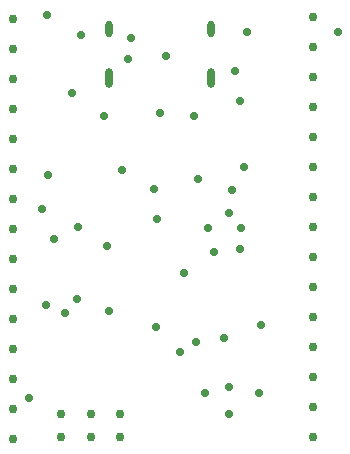
<source format=gbr>
%TF.GenerationSoftware,Altium Limited,Altium Designer,24.7.2 (38)*%
G04 Layer_Color=0*
%FSLAX45Y45*%
%MOMM*%
%TF.SameCoordinates,C77648C0-80D8-424D-8617-BB5A92A82554*%
%TF.FilePolarity,Positive*%
%TF.FileFunction,Plated,1,2,PTH,Drill*%
%TF.Part,Single*%
G01*
G75*
%TA.AperFunction,ComponentDrill*%
%ADD60O,0.60000X1.70000*%
%ADD61O,0.60000X1.40000*%
%ADD62C,0.76200*%
%TA.AperFunction,ViaDrill,NotFilled*%
%ADD63C,0.71120*%
D60*
X1931101Y3316798D02*
D03*
X1066099D02*
D03*
D61*
X1931101Y3733800D02*
D03*
X1066099D02*
D03*
D62*
X2794000Y3835400D02*
D03*
Y3581400D02*
D03*
Y3327400D02*
D03*
Y3073400D02*
D03*
Y2819400D02*
D03*
Y2565400D02*
D03*
Y2311400D02*
D03*
Y2057400D02*
D03*
Y1803400D02*
D03*
Y1549400D02*
D03*
Y1295400D02*
D03*
Y1041400D02*
D03*
Y787400D02*
D03*
Y533400D02*
D03*
Y279400D02*
D03*
X254000Y3822700D02*
D03*
Y3568700D02*
D03*
Y3314700D02*
D03*
Y3060700D02*
D03*
Y2806700D02*
D03*
Y2552700D02*
D03*
Y2298700D02*
D03*
Y2044700D02*
D03*
Y1790700D02*
D03*
Y1536700D02*
D03*
Y1282700D02*
D03*
Y1028700D02*
D03*
Y774700D02*
D03*
Y520700D02*
D03*
Y266700D02*
D03*
X914400Y279400D02*
D03*
X1164402D02*
D03*
X1162238Y474980D02*
D03*
X912241D02*
D03*
X664398Y279400D02*
D03*
X662239Y474980D02*
D03*
D63*
X693420Y1333500D02*
D03*
X1905000Y2052320D02*
D03*
X1255974Y3660140D02*
D03*
X1955800Y1849120D02*
D03*
X1501140Y3027680D02*
D03*
X1549400Y3507740D02*
D03*
X2085340Y706120D02*
D03*
Y474980D02*
D03*
X1671320Y1003300D02*
D03*
X1463040Y1211580D02*
D03*
X1821180Y2463800D02*
D03*
X2358390Y1233170D02*
D03*
X2184400Y2047240D02*
D03*
X1884680Y650240D02*
D03*
X802640Y2054860D02*
D03*
X548640Y2501900D02*
D03*
X533400Y1397000D02*
D03*
X497840Y2214880D02*
D03*
X795020Y1452880D02*
D03*
X2082800Y2176780D02*
D03*
X2179320Y1871980D02*
D03*
X599440Y1953260D02*
D03*
X1066800Y1348740D02*
D03*
X830580Y3683000D02*
D03*
X3004820Y3708400D02*
D03*
X2336800Y652780D02*
D03*
X393700Y609600D02*
D03*
X1176020Y2537460D02*
D03*
X1051560Y1899920D02*
D03*
X546100Y3853180D02*
D03*
X1231900Y3484880D02*
D03*
X1023620Y3002280D02*
D03*
X1701800Y1671320D02*
D03*
X1478280Y2123440D02*
D03*
X2212340Y2565400D02*
D03*
X1450340Y2379980D02*
D03*
X1800860Y1087120D02*
D03*
X2044700Y1122680D02*
D03*
X751840Y3190240D02*
D03*
X2108200Y2369820D02*
D03*
X2133600Y3380740D02*
D03*
X2174240Y3126740D02*
D03*
X1788160Y2997200D02*
D03*
X2240280Y3705860D02*
D03*
%TF.MD5,65633ca977d76cd41839ab800facdb15*%
M02*

</source>
